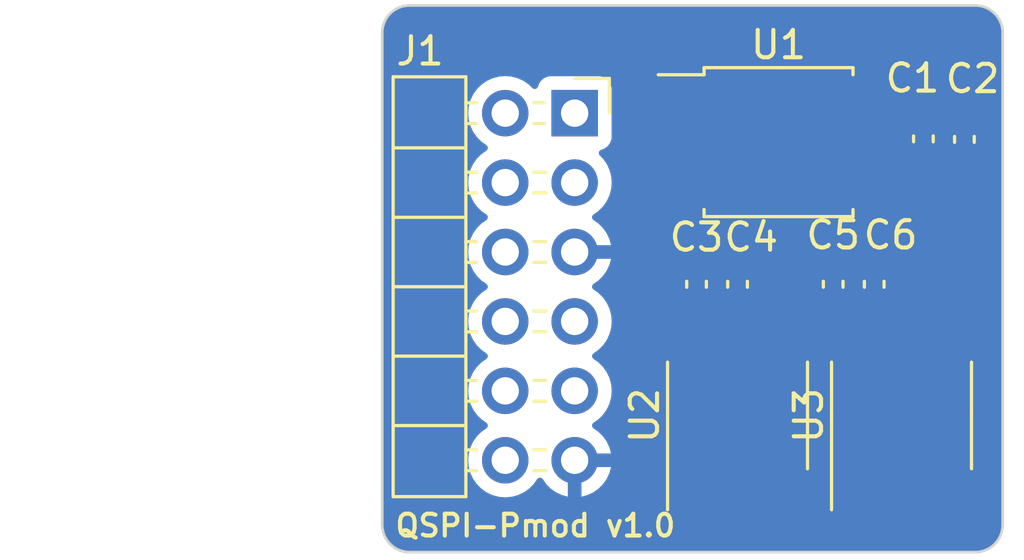
<source format=kicad_pcb>
(kicad_pcb (version 20221018) (generator pcbnew)
  (title_block (title "QSPI-Pmod") (rev "v1.0") (comment 4 "AISLER Project ID: BWKQLSIR"))
  (layers (0 "F.Cu" signal) (31 "B.Cu" signal) (34 "B.Paste" user) (35 "F.Paste" user) (36 "B.SilkS" user "B.Silkscreen") (37 "F.SilkS" user "F.Silkscreen") (38 "B.Mask" user) (39 "F.Mask" user) (44 "Edge.Cuts" user))
  (net 0 "")
  (net 1 "PMOD1")
  (net 2 "PMOD2")
  (net 3 "PMOD3")
  (net 4 "PMOD4")
  (net 5 "GND")
  (net 6 "+3.3V")
  (net 7 "PMOD5")
  (net 8 "PMOD6")
  (net 9 "PMOD7")
  (net 10 "PMOD8")
  (footprint "Package_SO:SOIC-8_5.23x5.23mm_P1.27mm" (layer "F.Cu") (at 154.5 79.7)
    (fp_text reference "U1" (at 0 -3.56) (layer "F.SilkS"))
    (fp_text value "W25Q128JVS" hide)
    (fp_line (start -2.725 -2.725) (end -2.725 -2.465) (stroke (width 0.12)) (layer "F.SilkS"))
    (fp_line (start -2.725 -2.465) (end -4.4 -2.465) (stroke (width 0.12)) (layer "F.SilkS"))
    (fp_line (start -2.725 2.725) (end -2.725 2.465) (stroke (width 0.12)) (layer "F.SilkS"))
    (fp_line (start 0 -2.725) (end -2.725 -2.725) (stroke (width 0.12)) (layer "F.SilkS"))
    (fp_line (start 0 -2.725) (end 2.725 -2.725) (stroke (width 0.12)) (layer "F.SilkS"))
    (fp_line (start 0 2.725) (end -2.725 2.725) (stroke (width 0.12)) (layer "F.SilkS"))
    (fp_line (start 0 2.725) (end 2.725 2.725) (stroke (width 0.12)) (layer "F.SilkS"))
    (fp_line (start 2.725 -2.725) (end 2.725 -2.465) (stroke (width 0.12)) (layer "F.SilkS"))
    (fp_line (start 2.725 2.725) (end 2.725 2.465) (stroke (width 0.12)) (layer "F.SilkS"))
    (pad "1" smd roundrect (at -3.6 -1.905) (size 1.6 0.6) (layers "F.Cu" "F.Paste" "F.Mask") (net 1 "PMOD1"))
    (pad "2" smd roundrect (at -3.6 -0.635) (size 1.6 0.6) (layers "F.Cu" "F.Paste" "F.Mask") (net 3 "PMOD3"))
    (pad "3" smd roundrect (at -3.6 0.635) (size 1.6 0.6) (layers "F.Cu" "F.Paste" "F.Mask") (net 7 "PMOD5"))
    (pad "4" smd roundrect (at -3.6 1.905) (size 1.6 0.6) (layers "F.Cu" "F.Paste" "F.Mask") (net 5 "GND"))
    (pad "5" smd roundrect (at 3.6 1.905) (size 1.6 0.6) (layers "F.Cu" "F.Paste" "F.Mask") (net 2 "PMOD2"))
    (pad "6" smd roundrect (at 3.6 0.635) (size 1.6 0.6) (layers "F.Cu" "F.Paste" "F.Mask") (net 4 "PMOD4"))
    (pad "7" smd roundrect (at 3.6 -0.635) (size 1.6 0.6) (layers "F.Cu" "F.Paste" "F.Mask") (net 8 "PMOD6"))
    (pad "8" smd roundrect (at 3.6 -1.905) (size 1.6 0.6) (layers "F.Cu" "F.Paste" "F.Mask") (net 6 "+3.3V"))
  )
  (footprint "Package_SO:SOP-8_3.9x4.9mm_P1.27mm" (layer "F.Cu") (at 153 89.7 90)
    (fp_text reference "U2" (at 0 -3.4 90) (layer "F.SilkS"))
    (fp_text value "878-APS6404L-3SQR-SN" hide)
    (fp_line (start 0 -2.56) (end -3.45 -2.56) (stroke (width 0.12)) (layer "F.SilkS"))
    (fp_line (start 0 -2.56) (end 1.95 -2.56) (stroke (width 0.12)) (layer "F.SilkS"))
    (fp_line (start 0 2.56) (end -1.95 2.56) (stroke (width 0.12)) (layer "F.SilkS"))
    (fp_line (start 0 2.56) (end 1.95 2.56) (stroke (width 0.12)) (layer "F.SilkS"))
    (pad "1" smd roundrect (at -2.625 -1.905 90) (size 1.65 0.6) (layers "F.Cu" "F.Paste" "F.Mask") (net 9 "PMOD7"))
    (pad "2" smd roundrect (at -2.625 -0.635 90) (size 1.65 0.6) (layers "F.Cu" "F.Paste" "F.Mask") (net 3 "PMOD3"))
    (pad "3" smd roundrect (at -2.625 0.635 90) (size 1.65 0.6) (layers "F.Cu" "F.Paste" "F.Mask") (net 7 "PMOD5"))
    (pad "4" smd roundrect (at -2.625 1.905 90) (size 1.65 0.6) (layers "F.Cu" "F.Paste" "F.Mask") (net 5 "GND"))
    (pad "5" smd roundrect (at 2.625 1.905 90) (size 1.65 0.6) (layers "F.Cu" "F.Paste" "F.Mask") (net 2 "PMOD2"))
    (pad "6" smd roundrect (at 2.625 0.635 90) (size 1.65 0.6) (layers "F.Cu" "F.Paste" "F.Mask") (net 4 "PMOD4"))
    (pad "7" smd roundrect (at 2.625 -0.635 90) (size 1.65 0.6) (layers "F.Cu" "F.Paste" "F.Mask") (net 8 "PMOD6"))
    (pad "8" smd roundrect (at 2.625 -1.905 90) (size 1.65 0.6) (layers "F.Cu" "F.Paste" "F.Mask") (net 6 "+3.3V"))
  )
  (footprint "Capacitor_SMD:C_0402_1005Metric" (layer "F.Cu") (at 159.8 79.58 -90)
    (fp_text reference "C1" (at -2.22 0.4 -180) (layer "F.SilkS"))
    (fp_text value "100n" hide)
    (fp_line (start -0.107836 -0.36) (end 0.107836 -0.36) (stroke (width 0.12)) (layer "F.SilkS"))
    (fp_line (start -0.107836 0.36) (end 0.107836 0.36) (stroke (width 0.12)) (layer "F.SilkS"))
    (pad "1" smd roundrect (at -0.48 0 270) (size 0.56 0.62) (layers "F.Cu" "F.Paste" "F.Mask") (net 6 "+3.3V"))
    (pad "2" smd roundrect (at 0.48 0 270) (size 0.56 0.62) (layers "F.Cu" "F.Paste" "F.Mask") (net 5 "GND"))
  )
  (footprint "Capacitor_SMD:C_0402_1005Metric" (layer "F.Cu") (at 153 84.9 -90)
    (fp_text reference "C4" (at -1.72 -0.5 -180) (layer "F.SilkS"))
    (fp_text value "1u" hide)
    (fp_line (start -0.107836 -0.36) (end 0.107836 -0.36) (stroke (width 0.12)) (layer "F.SilkS"))
    (fp_line (start -0.107836 0.36) (end 0.107836 0.36) (stroke (width 0.12)) (layer "F.SilkS"))
    (pad "1" smd roundrect (at -0.48 0 270) (size 0.56 0.62) (layers "F.Cu" "F.Paste" "F.Mask") (net 6 "+3.3V"))
    (pad "2" smd roundrect (at 0.48 0 270) (size 0.56 0.62) (layers "F.Cu" "F.Paste" "F.Mask") (net 5 "GND"))
  )
  (footprint "Capacitor_SMD:C_0402_1005Metric" (layer "F.Cu") (at 156.5 84.9 -90)
    (fp_text reference "C5" (at -1.8 0 -180) (layer "F.SilkS"))
    (fp_text value "100n" hide)
    (fp_line (start -0.107836 -0.36) (end 0.107836 -0.36) (stroke (width 0.12)) (layer "F.SilkS"))
    (fp_line (start -0.107836 0.36) (end 0.107836 0.36) (stroke (width 0.12)) (layer "F.SilkS"))
    (pad "1" smd roundrect (at -0.48 0 270) (size 0.56 0.62) (layers "F.Cu" "F.Paste" "F.Mask") (net 6 "+3.3V"))
    (pad "2" smd roundrect (at 0.48 0 270) (size 0.56 0.62) (layers "F.Cu" "F.Paste" "F.Mask") (net 5 "GND"))
  )
  (footprint "Connector_PinHeader_2.54mm:PinHeader_2x06_P2.54mm_Horizontal" (layer "F.Cu") (at 147.04 78.64)
    (fp_text reference "J1" (at -5.655 -2.27) (layer "F.SilkS"))
    (fp_text value "PMOD" hide)
    (fp_line (start -6.64 -1.33) (end -3.98 -1.33) (stroke (width 0.12)) (layer "F.SilkS"))
    (fp_line (start -6.64 14.03) (end -6.64 -1.33) (stroke (width 0.12)) (layer "F.SilkS"))
    (fp_line (start -3.98 -1.33) (end -3.98 14.03) (stroke (width 0.12)) (layer "F.SilkS"))
    (fp_line (start -3.98 1.27) (end -6.64 1.27) (stroke (width 0.12)) (layer "F.SilkS"))
    (fp_line (start -3.98 3.81) (end -6.64 3.81) (stroke (width 0.12)) (layer "F.SilkS"))
    (fp_line (start -3.98 6.35) (end -6.64 6.35) (stroke (width 0.12)) (layer "F.SilkS"))
    (fp_line (start -3.98 8.89) (end -6.64 8.89) (stroke (width 0.12)) (layer "F.SilkS"))
    (fp_line (start -3.98 11.43) (end -6.64 11.43) (stroke (width 0.12)) (layer "F.SilkS"))
    (fp_line (start -3.98 14.03) (end -6.64 14.03) (stroke (width 0.12)) (layer "F.SilkS"))
    (fp_line (start -3.582929 -0.38) (end -3.98 -0.38) (stroke (width 0.12)) (layer "F.SilkS"))
    (fp_line (start -3.582929 0.38) (end -3.98 0.38) (stroke (width 0.12)) (layer "F.SilkS"))
    (fp_line (start -3.582929 2.16) (end -3.98 2.16) (stroke (width 0.12)) (layer "F.SilkS"))
    (fp_line (start -3.582929 2.92) (end -3.98 2.92) (stroke (width 0.12)) (layer "F.SilkS"))
    (fp_line (start -3.582929 4.7) (end -3.98 4.7) (stroke (width 0.12)) (layer "F.SilkS"))
    (fp_line (start -3.582929 5.46) (end -3.98 5.46) (stroke (width 0.12)) (layer "F.SilkS"))
    (fp_line (start -3.582929 7.24) (end -3.98 7.24) (stroke (width 0.12)) (layer "F.SilkS"))
    (fp_line (start -3.582929 8) (end -3.98 8) (stroke (width 0.12)) (layer "F.SilkS"))
    (fp_line (start -3.582929 9.78) (end -3.98 9.78) (stroke (width 0.12)) (layer "F.SilkS"))
    (fp_line (start -3.582929 10.54) (end -3.98 10.54) (stroke (width 0.12)) (layer "F.SilkS"))
    (fp_line (start -3.582929 12.32) (end -3.98 12.32) (stroke (width 0.12)) (layer "F.SilkS"))
    (fp_line (start -3.582929 13.08) (end -3.98 13.08) (stroke (width 0.12)) (layer "F.SilkS"))
    (fp_line (start -1.11 -0.38) (end -1.497071 -0.38) (stroke (width 0.12)) (layer "F.SilkS"))
    (fp_line (start -1.11 0.38) (end -1.497071 0.38) (stroke (width 0.12)) (layer "F.SilkS"))
    (fp_line (start -1.042929 2.16) (end -1.497071 2.16) (stroke (width 0.12)) (layer "F.SilkS"))
    (fp_line (start -1.042929 2.92) (end -1.497071 2.92) (stroke (width 0.12)) (layer "F.SilkS"))
    (fp_line (start -1.042929 4.7) (end -1.497071 4.7) (stroke (width 0.12)) (layer "F.SilkS"))
    (fp_line (start -1.042929 5.46) (end -1.497071 5.46) (stroke (width 0.12)) (layer "F.SilkS"))
    (fp_line (start -1.042929 7.24) (end -1.497071 7.24) (stroke (width 0.12)) (layer "F.SilkS"))
    (fp_line (start -1.042929 8) (end -1.497071 8) (stroke (width 0.12)) (layer "F.SilkS"))
    (fp_line (start -1.042929 9.78) (end -1.497071 9.78) (stroke (width 0.12)) (layer "F.SilkS"))
    (fp_line (start -1.042929 10.54) (end -1.497071 10.54) (stroke (width 0.12)) (layer "F.SilkS"))
    (fp_line (start -1.042929 12.32) (end -1.497071 12.32) (stroke (width 0.12)) (layer "F.SilkS"))
    (fp_line (start -1.042929 13.08) (end -1.497071 13.08) (stroke (width 0.12)) (layer "F.SilkS"))
    (fp_line (start 1.27 -1.27) (end 0 -1.27) (stroke (width 0.12)) (layer "F.SilkS"))
    (fp_line (start 1.27 0) (end 1.27 -1.27) (stroke (width 0.12)) (layer "F.SilkS"))
    (pad "1" thru_hole rect (at 0 0) (size 1.7 1.7) (drill 1) (layers "*.Cu" "*.Mask") (net 1 "PMOD1"))
    (pad "2" thru_hole oval (at -2.54 0) (size 1.7 1.7) (drill 1) (layers "*.Cu" "*.Mask") (net 2 "PMOD2"))
    (pad "3" thru_hole oval (at 0 2.54) (size 1.7 1.7) (drill 1) (layers "*.Cu" "*.Mask") (net 3 "PMOD3"))
    (pad "4" thru_hole oval (at -2.54 2.54) (size 1.7 1.7) (drill 1) (layers "*.Cu" "*.Mask") (net 4 "PMOD4"))
    (pad "5" thru_hole oval (at 0 5.08) (size 1.7 1.7) (drill 1) (layers "*.Cu" "*.Mask") (net 5 "GND"))
    (pad "6" thru_hole oval (at -2.54 5.08) (size 1.7 1.7) (drill 1) (layers "*.Cu" "*.Mask") (net 6 "+3.3V"))
    (pad "7" thru_hole oval (at 0 7.62) (size 1.7 1.7) (drill 1) (layers "*.Cu" "*.Mask") (net 7 "PMOD5"))
    (pad "8" thru_hole oval (at -2.54 7.62) (size 1.7 1.7) (drill 1) (layers "*.Cu" "*.Mask") (net 8 "PMOD6"))
    (pad "9" thru_hole oval (at 0 10.16) (size 1.7 1.7) (drill 1) (layers "*.Cu" "*.Mask") (net 9 "PMOD7"))
    (pad "10" thru_hole oval (at -2.54 10.16) (size 1.7 1.7) (drill 1) (layers "*.Cu" "*.Mask") (net 10 "PMOD8"))
    (pad "11" thru_hole oval (at 0 12.7) (size 1.7 1.7) (drill 1) (layers "*.Cu" "*.Mask") (net 5 "GND"))
    (pad "12" thru_hole oval (at -2.54 12.7) (size 1.7 1.7) (drill 1) (layers "*.Cu" "*.Mask") (net 6 "+3.3V"))
  )
  (footprint "Capacitor_SMD:C_0402_1005Metric" (layer "F.Cu") (at 161.3 79.6 -90)
    (fp_text reference "C2" (at -2.22 -0.3 -180) (layer "F.SilkS"))
    (fp_text value "1u" hide)
    (fp_line (start -0.107836 -0.36) (end 0.107836 -0.36) (stroke (width 0.12)) (layer "F.SilkS"))
    (fp_line (start -0.107836 0.36) (end 0.107836 0.36) (stroke (width 0.12)) (layer "F.SilkS"))
    (pad "1" smd roundrect (at -0.48 0 270) (size 0.56 0.62) (layers "F.Cu" "F.Paste" "F.Mask") (net 6 "+3.3V"))
    (pad "2" smd roundrect (at 0.48 0 270) (size 0.56 0.62) (layers "F.Cu" "F.Paste" "F.Mask") (net 5 "GND"))
  )
  (footprint "Capacitor_SMD:C_0402_1005Metric" (layer "F.Cu") (at 151.5 84.9 -90)
    (fp_text reference "C3" (at -1.72 0 -180) (layer "F.SilkS"))
    (fp_text value "100n" hide)
    (fp_line (start -0.107836 -0.36) (end 0.107836 -0.36) (stroke (width 0.12)) (layer "F.SilkS"))
    (fp_line (start -0.107836 0.36) (end 0.107836 0.36) (stroke (width 0.12)) (layer "F.SilkS"))
    (pad "1" smd roundrect (at -0.48 0 270) (size 0.56 0.62) (layers "F.Cu" "F.Paste" "F.Mask") (net 6 "+3.3V"))
    (pad "2" smd roundrect (at 0.48 0 270) (size 0.56 0.62) (layers "F.Cu" "F.Paste" "F.Mask") (net 5 "GND"))
  )
  (footprint "Package_SO:SOP-8_3.9x4.9mm_P1.27mm" (layer "F.Cu") (at 159 89.7 90)
    (fp_text reference "U3" (at 0 -3.4 90) (layer "F.SilkS"))
    (fp_text value "878-APS6404L-3SQR-SN" hide)
    (fp_line (start 0 -2.56) (end -3.45 -2.56) (stroke (width 0.12)) (layer "F.SilkS"))
    (fp_line (start 0 -2.56) (end 1.95 -2.56) (stroke (width 0.12)) (layer "F.SilkS"))
    (fp_line (start 0 2.56) (end -1.95 2.56) (stroke (width 0.12)) (layer "F.SilkS"))
    (fp_line (start 0 2.56) (end 1.95 2.56) (stroke (width 0.12)) (layer "F.SilkS"))
    (pad "1" smd roundrect (at -2.625 -1.905 90) (size 1.65 0.6) (layers "F.Cu" "F.Paste" "F.Mask") (net 10 "PMOD8"))
    (pad "2" smd roundrect (at -2.625 -0.635 90) (size 1.65 0.6) (layers "F.Cu" "F.Paste" "F.Mask") (net 3 "PMOD3"))
    (pad "3" smd roundrect (at -2.625 0.635 90) (size 1.65 0.6) (layers "F.Cu" "F.Paste" "F.Mask") (net 7 "PMOD5"))
    (pad "4" smd roundrect (at -2.625 1.905 90) (size 1.65 0.6) (layers "F.Cu" "F.Paste" "F.Mask") (net 5 "GND"))
    (pad "5" smd roundrect (at 2.625 1.905 90) (size 1.65 0.6) (layers "F.Cu" "F.Paste" "F.Mask") (net 2 "PMOD2"))
    (pad "6" smd roundrect (at 2.625 0.635 90) (size 1.65 0.6) (layers "F.Cu" "F.Paste" "F.Mask") (net 4 "PMOD4"))
    (pad "7" smd roundrect (at 2.625 -0.635 90) (size 1.65 0.6) (layers "F.Cu" "F.Paste" "F.Mask") (net 8 "PMOD6"))
    (pad "8" smd roundrect (at 2.625 -1.905 90) (size 1.65 0.6) (layers "F.Cu" "F.Paste" "F.Mask") (net 6 "+3.3V"))
  )
  (footprint "Capacitor_SMD:C_0402_1005Metric" (layer "F.Cu") (at 158 84.9 -90)
    (fp_text reference "C6" (at -1.8 -0.6 -180) (layer "F.SilkS"))
    (fp_text value "1u" hide)
    (fp_line (start -0.107836 -0.36) (end 0.107836 -0.36) (stroke (width 0.12)) (layer "F.SilkS"))
    (fp_line (start -0.107836 0.36) (end 0.107836 0.36) (stroke (width 0.12)) (layer "F.SilkS"))
    (pad "1" smd roundrect (at -0.48 0 270) (size 0.56 0.62) (layers "F.Cu" "F.Paste" "F.Mask") (net 6 "+3.3V"))
    (pad "2" smd roundrect (at 0.48 0 270) (size 0.56 0.62) (layers "F.Cu" "F.Paste" "F.Mask") (net 5 "GND"))
  )
  (gr_arc (start 161.7 74.7) (mid 162.407108 74.992892) (end 162.7 75.7) (stroke (width 0.1)) (layer "Edge.Cuts"))
  (gr_arc (start 141 94.7) (mid 140.292891 94.407107) (end 140 93.7) (stroke (width 0.1)) (layer "Edge.Cuts"))
  (gr_line (start 161.7 74.7) (end 141 74.7) (stroke (width 0.1)) (layer "Edge.Cuts"))
  (gr_line (start 140 75.7) (end 140 93.7) (stroke (width 0.1)) (layer "Edge.Cuts"))
  (gr_arc (start 162.7 93.7) (mid 162.40711 94.40711) (end 161.7 94.7) (stroke (width 0.1)) (layer "Edge.Cuts"))
  (gr_arc (start 140 75.7) (mid 140.292891 74.992889) (end 141 74.7) (stroke (width 0.1)) (layer "Edge.Cuts"))
  (gr_line (start 161.7 94.7) (end 141 94.7) (stroke (width 0.1)) (layer "Edge.Cuts"))
  (gr_line (start 162.7 93.7) (end 162.7 75.7) (stroke (width 0.1)) (layer "Edge.Cuts"))
  (gr_text "${TITLE} ${REVISION}" (at 140.4 94.2) (layer "F.SilkS") (effects (font (size 0.8 0.8)) (justify left bottom)))
  (zone (net 5) (net_name "GND") (layer "B.Cu") (connect_pads (clearance 0.5)) (min_thickness 0.25) (fill yes (thermal_gap 0.5) (thermal_bridge_width 0.5))
    (polygon (pts (xy 139.2 74.5) (xy 163.5 74.5) (xy 163.5 95) (xy 139.2 95)))
  )
)
</source>
